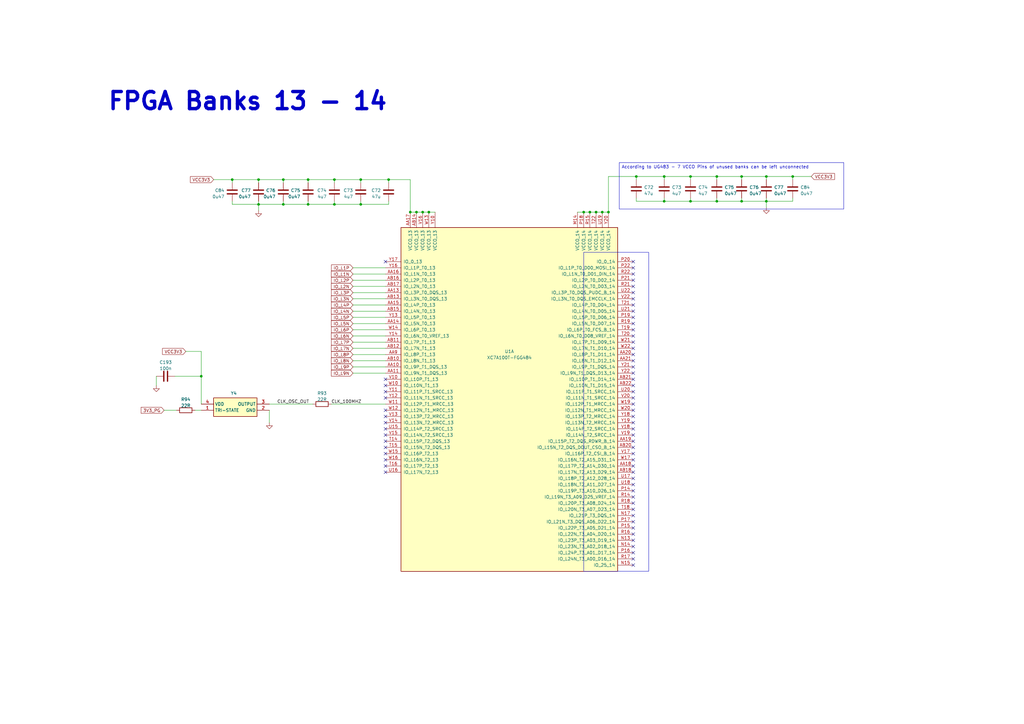
<source format=kicad_sch>
(kicad_sch (version 20230121) (generator eeschema)
  (paper "A3")
  (junction (at 239.395 86.995))
  (junction (at 272.415 82.55))
  (junction (at 126.365 73.66))
  (junction (at 304.165 82.55))
  (junction (at 314.325 72.39))
  (junction (at 159.385 73.66))
  (junction (at 95.25 73.66))
  (junction (at 283.21 72.39))
  (junction (at 147.955 73.66))
  (junction (at 294.005 82.55))
  (junction (at 116.205 73.66))
  (junction (at 260.985 72.39))
  (junction (at 314.325 82.55))
  (junction (at 249.555 86.995))
  (junction (at 147.955 83.82))
  (junction (at 168.275 86.995))
  (junction (at 247.015 86.995))
  (junction (at 137.16 83.82))
  (junction (at 137.16 73.66))
  (junction (at 116.205 83.82))
  (junction (at 175.895 86.995))
  (junction (at 294.005 72.39))
  (junction (at 241.935 86.995))
  (junction (at 126.365 83.82))
  (junction (at 283.21 82.55))
  (junction (at 272.415 72.39))
  (junction (at 106.045 83.82))
  (junction (at 106.045 73.66))
  (junction (at 173.355 86.995))
  (junction (at 170.815 86.995))
  (junction (at 244.475 86.995))
  (junction (at 82.55 154.305))
  (junction (at 304.165 72.39))
  (junction (at 325.12 72.39))
  (no_connect (at 259.715 163.195))
  (no_connect (at 158.115 170.815))
  (no_connect (at 158.115 160.655))
  (no_connect (at 259.715 127.635))
  (no_connect (at 259.715 224.155))
  (no_connect (at 259.715 120.015))
  (no_connect (at 259.715 213.995))
  (no_connect (at 259.715 114.935))
  (no_connect (at 259.715 112.395))
  (no_connect (at 158.115 175.895))
  (no_connect (at 158.115 107.315))
  (no_connect (at 259.715 109.855))
  (no_connect (at 259.715 160.655))
  (no_connect (at 259.715 130.175))
  (no_connect (at 259.715 191.135))
  (no_connect (at 158.115 188.595))
  (no_connect (at 158.115 155.575))
  (no_connect (at 259.715 147.955))
  (no_connect (at 259.715 198.755))
  (no_connect (at 158.115 178.435))
  (no_connect (at 259.715 135.255))
  (no_connect (at 259.715 150.495))
  (no_connect (at 259.715 206.375))
  (no_connect (at 259.715 145.415))
  (no_connect (at 259.715 226.695))
  (no_connect (at 259.715 188.595))
  (no_connect (at 259.715 196.215))
  (no_connect (at 259.715 193.675))
  (no_connect (at 259.715 155.575))
  (no_connect (at 259.715 208.915))
  (no_connect (at 259.715 221.615))
  (no_connect (at 158.115 186.055))
  (no_connect (at 259.715 178.435))
  (no_connect (at 259.715 216.535))
  (no_connect (at 259.715 183.515))
  (no_connect (at 259.715 229.235))
  (no_connect (at 259.715 186.055))
  (no_connect (at 259.715 132.715))
  (no_connect (at 158.115 173.355))
  (no_connect (at 259.715 137.795))
  (no_connect (at 259.715 170.815))
  (no_connect (at 259.715 122.555))
  (no_connect (at 259.715 107.315))
  (no_connect (at 158.115 191.135))
  (no_connect (at 158.115 163.195))
  (no_connect (at 259.715 140.335))
  (no_connect (at 158.115 180.975))
  (no_connect (at 158.115 158.115))
  (no_connect (at 259.715 125.095))
  (no_connect (at 259.715 180.975))
  (no_connect (at 259.715 142.875))
  (no_connect (at 259.715 175.895))
  (no_connect (at 259.715 158.115))
  (no_connect (at 259.715 168.275))
  (no_connect (at 259.715 165.735))
  (no_connect (at 259.715 231.775))
  (no_connect (at 158.115 193.675))
  (no_connect (at 158.115 183.515))
  (no_connect (at 259.715 201.295))
  (no_connect (at 259.715 117.475))
  (no_connect (at 259.715 173.355))
  (no_connect (at 259.715 203.835))
  (no_connect (at 259.715 219.075))
  (no_connect (at 259.715 153.035))
  (no_connect (at 158.115 168.275))
  (no_connect (at 259.715 211.455))
  (wire (pts (xy 144.78 153.035) (xy 158.115 153.035)))
  (wire (pts (xy 106.045 83.82) (xy 106.045 86.36)))
  (wire (pts (xy 135.89 165.735) (xy 158.115 165.735)))
  (wire (pts (xy 110.49 165.735) (xy 128.27 165.735)))
  (wire (pts (xy 106.045 82.55) (xy 106.045 83.82)))
  (wire (pts (xy 144.78 120.015) (xy 158.115 120.015)))
  (wire (pts (xy 170.815 86.995) (xy 173.355 86.995)))
  (wire (pts (xy 272.415 72.39) (xy 283.21 72.39)))
  (wire (pts (xy 168.275 73.66) (xy 168.275 86.995)))
  (wire (pts (xy 260.985 72.39) (xy 272.415 72.39)))
  (wire (pts (xy 144.78 137.795) (xy 158.115 137.795)))
  (wire (pts (xy 241.935 86.995) (xy 244.475 86.995)))
  (wire (pts (xy 144.78 140.335) (xy 158.115 140.335)))
  (wire (pts (xy 147.955 74.93) (xy 147.955 73.66)))
  (wire (pts (xy 325.12 81.28) (xy 325.12 82.55)))
  (wire (pts (xy 173.355 86.995) (xy 175.895 86.995)))
  (wire (pts (xy 95.25 73.66) (xy 106.045 73.66)))
  (wire (pts (xy 304.165 81.28) (xy 304.165 82.55)))
  (wire (pts (xy 159.385 82.55) (xy 159.385 83.82)))
  (wire (pts (xy 239.395 86.995) (xy 241.935 86.995)))
  (wire (pts (xy 144.78 150.495) (xy 158.115 150.495)))
  (wire (pts (xy 260.985 82.55) (xy 272.415 82.55)))
  (wire (pts (xy 304.165 73.66) (xy 304.165 72.39)))
  (wire (pts (xy 168.275 86.995) (xy 170.815 86.995)))
  (wire (pts (xy 126.365 82.55) (xy 126.365 83.82)))
  (wire (pts (xy 236.855 86.995) (xy 239.395 86.995)))
  (wire (pts (xy 283.21 73.66) (xy 283.21 72.39)))
  (wire (pts (xy 260.985 73.66) (xy 260.985 72.39)))
  (wire (pts (xy 144.78 112.395) (xy 158.115 112.395)))
  (wire (pts (xy 325.12 82.55) (xy 314.325 82.55)))
  (wire (pts (xy 106.045 73.66) (xy 116.205 73.66)))
  (wire (pts (xy 144.78 142.875) (xy 158.115 142.875)))
  (wire (pts (xy 332.74 72.39) (xy 325.12 72.39)))
  (wire (pts (xy 159.385 83.82) (xy 147.955 83.82)))
  (wire (pts (xy 82.55 144.145) (xy 82.55 154.305)))
  (wire (pts (xy 137.16 73.66) (xy 126.365 73.66)))
  (wire (pts (xy 87.63 73.66) (xy 95.25 73.66)))
  (wire (pts (xy 283.21 72.39) (xy 294.005 72.39)))
  (wire (pts (xy 247.015 86.995) (xy 249.555 86.995)))
  (wire (pts (xy 144.78 127.635) (xy 158.115 127.635)))
  (wire (pts (xy 144.78 117.475) (xy 158.115 117.475)))
  (wire (pts (xy 116.205 74.93) (xy 116.205 73.66)))
  (wire (pts (xy 314.325 72.39) (xy 304.165 72.39)))
  (wire (pts (xy 249.555 86.995) (xy 249.555 72.39)))
  (wire (pts (xy 106.045 74.93) (xy 106.045 73.66)))
  (wire (pts (xy 175.895 86.995) (xy 178.435 86.995)))
  (wire (pts (xy 272.415 73.66) (xy 272.415 72.39)))
  (wire (pts (xy 294.005 72.39) (xy 304.165 72.39)))
  (wire (pts (xy 314.325 81.28) (xy 314.325 82.55)))
  (wire (pts (xy 272.415 81.28) (xy 272.415 82.55)))
  (wire (pts (xy 137.16 82.55) (xy 137.16 83.82)))
  (wire (pts (xy 244.475 86.995) (xy 247.015 86.995)))
  (wire (pts (xy 64.135 154.305) (xy 64.135 158.115)))
  (wire (pts (xy 137.16 74.93) (xy 137.16 73.66)))
  (wire (pts (xy 80.01 168.275) (xy 82.55 168.275)))
  (wire (pts (xy 95.25 82.55) (xy 95.25 83.82)))
  (wire (pts (xy 325.12 72.39) (xy 325.12 73.66)))
  (wire (pts (xy 260.985 81.28) (xy 260.985 82.55)))
  (wire (pts (xy 82.55 154.305) (xy 82.55 165.735)))
  (wire (pts (xy 304.165 82.55) (xy 314.325 82.55)))
  (wire (pts (xy 294.005 82.55) (xy 304.165 82.55)))
  (wire (pts (xy 159.385 73.66) (xy 168.275 73.66)))
  (wire (pts (xy 147.955 82.55) (xy 147.955 83.82)))
  (wire (pts (xy 144.78 125.095) (xy 158.115 125.095)))
  (wire (pts (xy 144.78 147.955) (xy 158.115 147.955)))
  (wire (pts (xy 95.25 83.82) (xy 106.045 83.82)))
  (wire (pts (xy 314.325 73.66) (xy 314.325 72.39)))
  (wire (pts (xy 144.78 135.255) (xy 158.115 135.255)))
  (wire (pts (xy 76.2 144.145) (xy 82.55 144.145)))
  (wire (pts (xy 137.16 83.82) (xy 126.365 83.82)))
  (wire (pts (xy 144.78 114.935) (xy 158.115 114.935)))
  (wire (pts (xy 147.955 73.66) (xy 137.16 73.66)))
  (wire (pts (xy 126.365 74.93) (xy 126.365 73.66)))
  (wire (pts (xy 159.385 74.93) (xy 159.385 73.66)))
  (wire (pts (xy 159.385 73.66) (xy 147.955 73.66)))
  (wire (pts (xy 67.31 168.275) (xy 72.39 168.275)))
  (wire (pts (xy 294.005 73.66) (xy 294.005 72.39)))
  (wire (pts (xy 144.78 132.715) (xy 158.115 132.715)))
  (wire (pts (xy 144.78 130.175) (xy 158.115 130.175)))
  (wire (pts (xy 126.365 83.82) (xy 116.205 83.82)))
  (wire (pts (xy 116.205 83.82) (xy 106.045 83.82)))
  (wire (pts (xy 110.49 168.275) (xy 110.49 173.355)))
  (wire (pts (xy 144.78 145.415) (xy 158.115 145.415)))
  (wire (pts (xy 144.78 122.555) (xy 158.115 122.555)))
  (wire (pts (xy 95.25 73.66) (xy 95.25 74.93)))
  (wire (pts (xy 71.755 154.305) (xy 82.55 154.305)))
  (wire (pts (xy 294.005 81.28) (xy 294.005 82.55)))
  (wire (pts (xy 147.955 83.82) (xy 137.16 83.82)))
  (wire (pts (xy 126.365 73.66) (xy 116.205 73.66)))
  (wire (pts (xy 283.21 82.55) (xy 294.005 82.55)))
  (wire (pts (xy 116.205 82.55) (xy 116.205 83.82)))
  (wire (pts (xy 325.12 72.39) (xy 314.325 72.39)))
  (wire (pts (xy 272.415 82.55) (xy 283.21 82.55)))
  (wire (pts (xy 283.21 81.28) (xy 283.21 82.55)))
  (wire (pts (xy 314.325 82.55) (xy 314.325 85.09)))
  (wire (pts (xy 144.78 109.855) (xy 158.115 109.855)))
  (wire (pts (xy 249.555 72.39) (xy 260.985 72.39)))
  (rectangle (start 239.395 103.505) (end 266.065 234.315))
  (text_box "According to UG483 - 7 VCCO Pins of unused banks can be left unconnected\n" (at 254 66.675 0) (size 92.075 19.05) (effects (font (size 1.27 1.27)) (justify left top)))
  (text "FPGA Banks 13 - 14\n" (at 43.815 45.72 0) (effects (font (size 7 7) (thickness 1.4) bold) (justify left bottom)))
  (label "CLK_100MHZ" (at 135.89 165.735 0))
  (label "CLK_OSC_OUT" (at 113.665 165.735 0))
  (global_label "IO_L4P" (shape input) (at 144.78 125.095 180) (property "Intersheetrefs" "${INTERSHEET_REFS}" (effects hide)))
  (global_label "VCC3V3" (shape input) (at 87.63 73.66 180) (property "Intersheetrefs" "${INTERSHEET_REFS}" (effects hide)))
  (global_label "IO_L9P" (shape input) (at 144.78 150.495 180) (property "Intersheetrefs" "${INTERSHEET_REFS}" (effects hide)))
  (global_label "IO_L1P" (shape input) (at 144.78 109.855 180) (property "Intersheetrefs" "${INTERSHEET_REFS}" (effects hide)))
  (global_label "IO_L8N" (shape input) (at 144.78 147.955 180) (property "Intersheetrefs" "${INTERSHEET_REFS}" (effects hide)))
  (global_label "3V3_PG" (shape input) (at 67.31 168.275 180) (property "Intersheetrefs" "${INTERSHEET_REFS}" (effects hide)))
  (global_label "IO_L5P" (shape input) (at 144.78 130.175 180) (property "Intersheetrefs" "${INTERSHEET_REFS}" (effects hide)))
  (global_label "IO_L2P" (shape input) (at 144.78 114.935 180) (property "Intersheetrefs" "${INTERSHEET_REFS}" (effects hide)))
  (global_label "VCC3V3" (shape input) (at 332.74 72.39 0) (property "Intersheetrefs" "${INTERSHEET_REFS}" (effects hide)))
  (global_label "IO_L1N" (shape input) (at 144.78 112.395 180) (property "Intersheetrefs" "${INTERSHEET_REFS}" (effects hide)))
  (global_label "IO_L2N" (shape input) (at 144.78 117.475 180) (property "Intersheetrefs" "${INTERSHEET_REFS}" (effects hide)))
  (global_label "IO_L7N" (shape input) (at 144.78 142.875 180) (property "Intersheetrefs" "${INTERSHEET_REFS}" (effects hide)))
  (global_label "IO_L3N" (shape input) (at 144.78 122.555 180) (property "Intersheetrefs" "${INTERSHEET_REFS}" (effects hide)))
  (global_label "IO_L3P" (shape input) (at 144.78 120.015 180) (property "Intersheetrefs" "${INTERSHEET_REFS}" (effects hide)))
  (global_label "VCC3V3" (shape input) (at 76.2 144.145 180) (property "Intersheetrefs" "${INTERSHEET_REFS}" (effects hide)))
  (global_label "IO_L6P" (shape input) (at 144.78 135.255 180) (property "Intersheetrefs" "${INTERSHEET_REFS}" (effects hide)))
  (global_label "IO_L9N" (shape input) (at 144.78 153.035 180) (property "Intersheetrefs" "${INTERSHEET_REFS}" (effects hide)))
  (global_label "IO_L4N" (shape input) (at 144.78 127.635 180) (property "Intersheetrefs" "${INTERSHEET_REFS}" (effects hide)))
  (global_label "IO_L7P" (shape input) (at 144.78 140.335 180) (property "Intersheetrefs" "${INTERSHEET_REFS}" (effects hide)))
  (global_label "IO_L5N" (shape input) (at 144.78 132.715 180) (property "Intersheetrefs" "${INTERSHEET_REFS}" (effects hide)))
  (global_label "IO_L6N" (shape input) (at 144.78 137.795 180) (property "Intersheetrefs" "${INTERSHEET_REFS}" (effects hide)))
  (global_label "IO_L8P" (shape input) (at 144.78 145.415 180) (property "Intersheetrefs" "${INTERSHEET_REFS}" (effects hide)))
  (symbol (lib_id "Device:C") (at 283.21 77.47 180) (unit 1)
    (property "Reference" "C74" (at 286.385 76.835 0) (effects (justify right)))
    (property "Value" "4u7" (at 286.385 79.375 0) (effects (justify right)))
    (property "Footprint" "GRM21BR71A475KE51L:CAPC2012X140N" (effects hide))
    (instances (project "FPGA_dev_board" (path "" (reference "C74") (unit 1)) (path "" (reference "C105") (unit 1)) (path "" (reference "C188") (unit 1))))
  )
  (symbol (lib_id "Device:C") (at 126.365 78.74 0) (mirror x) (unit 1)
    (property "Reference" "C75" (at 123.19 78.105 0) (effects (justify right)))
    (property "Value" "0u47" (at 123.19 80.645 0) (effects (justify right)))
    (property "Footprint" "GRM155R60J474KE19D:CAPC1005X55N" (effects hide))
    (instances (project "FPGA_dev_board" (path "" (reference "C75") (unit 1)) (path "" (reference "C106") (unit 1)) (path "" (reference "C180") (unit 1))))
  )
  (symbol (lib_id "ECS-2520MV-130-BN-TR:ECS-2520MV-130-BN-TR") (at 72.39 165.735 0) (unit 1)
    (property "Reference" "Y4" (at 95.885 161.29 0))
    (property "Value" "ECS-2520MV-130-BN-TR" (effects hide))
    (property "Footprint" "ECS-2520MV-130-BN-TR:ECS2520MV130BNTR" (effects hide))
    (property "Datasheet" "https://ecsxtal.com/store/pdf/ECS-2520MV.pdf" (effects hide))
    (property "Height" "0.9" (effects hide))
    (property "Mouser Part Number" "520-S2520MV130BNTR" (effects hide))
    (property "Mouser Price/Stock" "https://www.mouser.co.uk/ProductDetail/ECS/ECS-2520MV-130-BN-TR?qs=zW32dvEIR3txl7djIFQDkw%3D%3D" (effects hide))
    (property "Manufacturer_Name" "ECS" (effects hide))
    (property "Manufacturer_Part_Number" "ECS-2520MV-130-BN-TR" (effects hide))
  )
  (symbol (lib_id "Device:C") (at 314.325 77.47 180) (unit 1)
    (property "Reference" "C77" (at 317.5 76.835 0) (effects (justify right)))
    (property "Value" "0u47" (at 317.5 79.375 0) (effects (justify right)))
    (property "Footprint" "GRM155R60J474KE19D:CAPC1005X55N" (effects hide))
    (instances (project "FPGA_dev_board" (path "" (reference "C77") (unit 1)) (path "" (reference "C108") (unit 1)) (path "" (reference "C185") (unit 1))))
  )
  (symbol (lib_id "Device:C") (at 95.25 78.74 0) (mirror x) (unit 1)
    (property "Reference" "C84" (at 92.075 78.105 0) (effects (justify right)))
    (property "Value" "0u47" (at 92.075 80.645 0) (effects (justify right)))
    (property "Footprint" "GRM155R60J474KE19D:CAPC1005X55N" (effects hide))
    (instances (project "FPGA_dev_board" (path "" (reference "C84") (unit 1)) (path "" (reference "C109") (unit 1)) (path "" (reference "C177") (unit 1))))
  )
  (symbol (lib_id "power:GND") (at 106.045 86.36 0) (mirror y) (unit 1)
    (property "Reference" "#PWR042" (effects hide))
    (property "Value" "GND" (effects hide))
    (instances (project "FPGA_dev_board" (path "" (reference "#PWR042") (unit 1)) (path "" (reference "#PWR050") (unit 1)) (path "" (reference "#PWR056") (unit 1)) (path "" (reference "#PWR0143") (unit 1))))
  )
  (symbol (lib_id "power:GND") (at 110.49 173.355 0) (mirror y) (unit 1)
    (property "Reference" "#PWR042" (effects hide))
    (property "Value" "GND" (effects hide))
    (instances (project "FPGA_dev_board" (path "" (reference "#PWR042") (unit 1)) (path "" (reference "#PWR050") (unit 1)) (path "" (reference "#PWR056") (unit 1)) (path "" (reference "#PWR0154") (unit 1))))
  )
  (symbol (lib_id "Device:C") (at 159.385 78.74 0) (mirror x) (unit 1)
    (property "Reference" "C72" (at 156.21 78.105 0) (effects (justify right)))
    (property "Value" "47u" (at 156.21 80.645 0) (effects (justify right)))
    (property "Footprint" "GRM32ER70J476ME20L:G-32_MUR" (effects hide))
    (instances (project "FPGA_dev_board" (path "" (reference "C72") (unit 1)) (path "" (reference "C103") (unit 1)) (path "" (reference "C183") (unit 1))))
  )
  (symbol (lib_id "Device:C") (at 272.415 77.47 180) (unit 1)
    (property "Reference" "C73" (at 275.59 76.835 0) (effects (justify right)))
    (property "Value" "4u7" (at 275.59 79.375 0) (effects (justify right)))
    (property "Footprint" "GRM21BR71A475KE51L:CAPC2012X140N" (effects hide))
    (instances (project "FPGA_dev_board" (path "" (reference "C73") (unit 1)) (path "" (reference "C104") (unit 1)) (path "" (reference "C189") (unit 1))))
  )
  (symbol (lib_id "Device:C") (at 304.165 77.47 180) (unit 1)
    (property "Reference" "C76" (at 307.34 76.835 0) (effects (justify right)))
    (property "Value" "0u47" (at 307.34 79.375 0) (effects (justify right)))
    (property "Footprint" "GRM155R60J474KE19D:CAPC1005X55N" (effects hide))
    (instances (project "FPGA_dev_board" (path "" (reference "C76") (unit 1)) (path "" (reference "C107") (unit 1)) (path "" (reference "C186") (unit 1))))
  )
  (symbol (lib_id "Device:C") (at 137.16 78.74 0) (mirror x) (unit 1)
    (property "Reference" "C74" (at 133.985 78.105 0) (effects (justify right)))
    (property "Value" "4u7" (at 133.985 80.645 0) (effects (justify right)))
    (property "Footprint" "GRM21BR71A475KE51L:CAPC2012X140N" (effects hide))
    (instances (project "FPGA_dev_board" (path "" (reference "C74") (unit 1)) (path "" (reference "C105") (unit 1)) (path "" (reference "C181") (unit 1))))
  )
  (symbol (lib_id "Device:C") (at 294.005 77.47 180) (unit 1)
    (property "Reference" "C75" (at 297.18 76.835 0) (effects (justify right)))
    (property "Value" "0u47" (at 297.18 79.375 0) (effects (justify right)))
    (property "Footprint" "GRM155R60J474KE19D:CAPC1005X55N" (effects hide))
    (instances (project "FPGA_dev_board" (path "" (reference "C75") (unit 1)) (path "" (reference "C106") (unit 1)) (path "" (reference "C187") (unit 1))))
  )
  (symbol (lib_id "power:GND") (at 314.325 85.09 0) (unit 1)
    (property "Reference" "#PWR042" (effects hide))
    (property "Value" "GND" (effects hide))
    (instances (project "FPGA_dev_board" (path "" (reference "#PWR042") (unit 1)) (path "" (reference "#PWR050") (unit 1)) (path "" (reference "#PWR056") (unit 1)) (path "" (reference "#PWR0144") (unit 1))))
  )
  (symbol (lib_id "Device:C") (at 325.12 77.47 180) (unit 1)
    (property "Reference" "C84" (at 328.295 76.835 0) (effects (justify right)))
    (property "Value" "0u47" (at 328.295 79.375 0) (effects (justify right)))
    (property "Footprint" "GRM155R60J474KE19D:CAPC1005X55N" (effects hide))
    (instances (project "FPGA_dev_board" (path "" (reference "C84") (unit 1)) (path "" (reference "C109") (unit 1)) (path "" (reference "C184") (unit 1))))
  )
  (symbol (lib_id "power:GND") (at 64.135 158.115 0) (mirror y) (unit 1)
    (property "Reference" "#PWR042" (effects hide))
    (property "Value" "GND" (effects hide))
    (instances (project "FPGA_dev_board" (path "" (reference "#PWR042") (unit 1)) (path "" (reference "#PWR050") (unit 1)) (path "" (reference "#PWR056") (unit 1)) (path "" (reference "#PWR0155") (unit 1))))
  )
  (symbol (lib_id "Device:C") (at 106.045 78.74 0) (mirror x) (unit 1)
    (property "Reference" "C77" (at 102.87 78.105 0) (effects (justify right)))
    (property "Value" "0u47" (at 102.87 80.645 0) (effects (justify right)))
    (property "Footprint" "GRM155R60J474KE19D:CAPC1005X55N" (effects hide))
    (instances (project "FPGA_dev_board" (path "" (reference "C77") (unit 1)) (path "" (reference "C108") (unit 1)) (path "" (reference "C178") (unit 1))))
  )
  (symbol (lib_id "FPGA_Xilinx_Artix7:XC7A100T-FGG484") (at 208.915 160.655 0) (unit 1)
    (property "Reference" "U1" (at 208.915 144.145 0))
    (property "Value" "XC7A100T-FGG484" (at 208.915 146.685 0))
    (property "Footprint" "XC7A100T-2FGG484C:BGA484C100P22X22_2300X2300X260N" (effects hide))
  )
  (symbol (lib_id "Device:C") (at 116.205 78.74 0) (mirror x) (unit 1)
    (property "Reference" "C76" (at 113.03 78.105 0) (effects (justify right)))
    (property "Value" "0u47" (at 113.03 80.645 0) (effects (justify right)))
    (property "Footprint" "GRM155R60J474KE19D:CAPC1005X55N" (effects hide))
    (instances (project "FPGA_dev_board" (path "" (reference "C76") (unit 1)) (path "" (reference "C107") (unit 1)) (path "" (reference "C179") (unit 1))))
  )
  (symbol (lib_id "Device:C") (at 260.985 77.47 180) (unit 1)
    (property "Reference" "C72" (at 264.16 76.835 0) (effects (justify right)))
    (property "Value" "47u" (at 264.16 79.375 0) (effects (justify right)))
    (property "Footprint" "GRM32ER70J476ME20L:G-32_MUR" (effects hide))
    (instances (project "FPGA_dev_board" (path "" (reference "C72") (unit 1)) (path "" (reference "C103") (unit 1)) (path "" (reference "C190") (unit 1))))
  )
  (symbol (lib_id "Device:C") (at 147.955 78.74 0) (mirror x) (unit 1)
    (property "Reference" "C73" (at 144.78 78.105 0) (effects (justify right)))
    (property "Value" "4u7" (at 144.78 80.645 0) (effects (justify right)))
    (property "Footprint" "GRM21BR71A475KE51L:CAPC2012X140N" (effects hide))
    (instances (project "FPGA_dev_board" (path "" (reference "C73") (unit 1)) (path "" (reference "C104") (unit 1)) (path "" (reference "C182") (unit 1))))
  )
  (symbol (lib_id "Device:R") (at 132.08 165.735 90) (unit 1)
    (property "Reference" "R93" (at 132.08 161.29 90))
    (property "Value" "22R" (at 132.08 163.83 90))
    (property "Footprint" "RC0402FR_0722RL:RC0402N_YAG" (effects hide))
  )
  (symbol (lib_id "Device:R") (at 76.2 168.275 90) (unit 1)
    (property "Reference" "R94" (at 76.2 163.83 90))
    (property "Value" "22R" (at 76.2 166.37 90))
    (property "Footprint" "RC0402FR_0722RL:RC0402N_YAG" (effects hide))
  )
  (symbol (lib_id "Device:C") (at 67.945 154.305 90) (unit 1)
    (property "Reference" "C193" (at 67.945 148.59 90))
    (property "Value" "100n" (at 67.945 151.13 90))
    (property "Footprint" "GRM155R71C104KA88J:G-155_MUR" (effects hide))
  )
)
</source>
